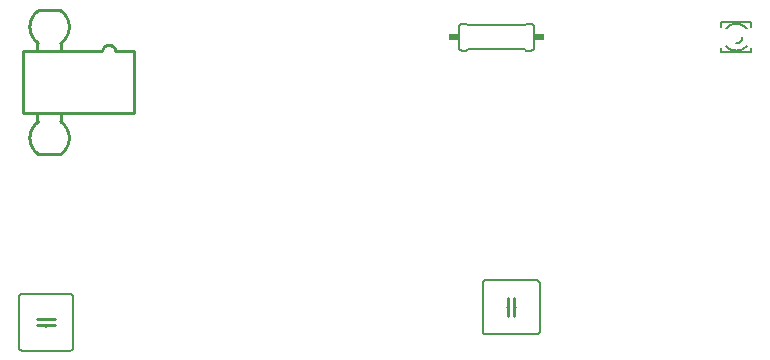
<source format=gto>
G75*
%MOIN*%
%OFA0B0*%
%FSLAX25Y25*%
%IPPOS*%
%LPD*%
%AMOC8*
5,1,8,0,0,1.08239X$1,22.5*
%
%ADD10C,0.00600*%
%ADD11C,0.01000*%
%ADD12R,0.03400X0.02400*%
D10*
X0049000Y0027500D02*
X0065000Y0027500D01*
X0065060Y0027502D01*
X0065121Y0027507D01*
X0065180Y0027516D01*
X0065239Y0027529D01*
X0065298Y0027545D01*
X0065355Y0027565D01*
X0065410Y0027588D01*
X0065465Y0027615D01*
X0065517Y0027644D01*
X0065568Y0027677D01*
X0065617Y0027713D01*
X0065663Y0027751D01*
X0065707Y0027793D01*
X0065749Y0027837D01*
X0065787Y0027883D01*
X0065823Y0027932D01*
X0065856Y0027983D01*
X0065885Y0028035D01*
X0065912Y0028090D01*
X0065935Y0028145D01*
X0065955Y0028202D01*
X0065971Y0028261D01*
X0065984Y0028320D01*
X0065993Y0028379D01*
X0065998Y0028440D01*
X0066000Y0028500D01*
X0066000Y0045500D01*
X0065998Y0045560D01*
X0065993Y0045621D01*
X0065984Y0045680D01*
X0065971Y0045739D01*
X0065955Y0045798D01*
X0065935Y0045855D01*
X0065912Y0045910D01*
X0065885Y0045965D01*
X0065856Y0046017D01*
X0065823Y0046068D01*
X0065787Y0046117D01*
X0065749Y0046163D01*
X0065707Y0046207D01*
X0065663Y0046249D01*
X0065617Y0046287D01*
X0065568Y0046323D01*
X0065517Y0046356D01*
X0065465Y0046385D01*
X0065410Y0046412D01*
X0065355Y0046435D01*
X0065298Y0046455D01*
X0065239Y0046471D01*
X0065180Y0046484D01*
X0065121Y0046493D01*
X0065060Y0046498D01*
X0065000Y0046500D01*
X0049000Y0046500D01*
X0048940Y0046498D01*
X0048879Y0046493D01*
X0048820Y0046484D01*
X0048761Y0046471D01*
X0048702Y0046455D01*
X0048645Y0046435D01*
X0048590Y0046412D01*
X0048535Y0046385D01*
X0048483Y0046356D01*
X0048432Y0046323D01*
X0048383Y0046287D01*
X0048337Y0046249D01*
X0048293Y0046207D01*
X0048251Y0046163D01*
X0048213Y0046117D01*
X0048177Y0046068D01*
X0048144Y0046017D01*
X0048115Y0045965D01*
X0048088Y0045910D01*
X0048065Y0045855D01*
X0048045Y0045798D01*
X0048029Y0045739D01*
X0048016Y0045680D01*
X0048007Y0045621D01*
X0048002Y0045560D01*
X0048000Y0045500D01*
X0048000Y0028500D01*
X0048002Y0028440D01*
X0048007Y0028379D01*
X0048016Y0028320D01*
X0048029Y0028261D01*
X0048045Y0028202D01*
X0048065Y0028145D01*
X0048088Y0028090D01*
X0048115Y0028035D01*
X0048144Y0027983D01*
X0048177Y0027932D01*
X0048213Y0027883D01*
X0048251Y0027837D01*
X0048293Y0027793D01*
X0048337Y0027751D01*
X0048383Y0027713D01*
X0048432Y0027677D01*
X0048483Y0027644D01*
X0048535Y0027615D01*
X0048590Y0027588D01*
X0048645Y0027565D01*
X0048702Y0027545D01*
X0048761Y0027529D01*
X0048820Y0027516D01*
X0048879Y0027507D01*
X0048940Y0027502D01*
X0049000Y0027500D01*
X0057000Y0035500D02*
X0057000Y0036000D01*
X0057000Y0038000D02*
X0057000Y0038500D01*
X0202500Y0034000D02*
X0202500Y0050000D01*
X0202502Y0050060D01*
X0202507Y0050121D01*
X0202516Y0050180D01*
X0202529Y0050239D01*
X0202545Y0050298D01*
X0202565Y0050355D01*
X0202588Y0050410D01*
X0202615Y0050465D01*
X0202644Y0050517D01*
X0202677Y0050568D01*
X0202713Y0050617D01*
X0202751Y0050663D01*
X0202793Y0050707D01*
X0202837Y0050749D01*
X0202883Y0050787D01*
X0202932Y0050823D01*
X0202983Y0050856D01*
X0203035Y0050885D01*
X0203090Y0050912D01*
X0203145Y0050935D01*
X0203202Y0050955D01*
X0203261Y0050971D01*
X0203320Y0050984D01*
X0203379Y0050993D01*
X0203440Y0050998D01*
X0203500Y0051000D01*
X0220500Y0051000D01*
X0220560Y0050998D01*
X0220621Y0050993D01*
X0220680Y0050984D01*
X0220739Y0050971D01*
X0220798Y0050955D01*
X0220855Y0050935D01*
X0220910Y0050912D01*
X0220965Y0050885D01*
X0221017Y0050856D01*
X0221068Y0050823D01*
X0221117Y0050787D01*
X0221163Y0050749D01*
X0221207Y0050707D01*
X0221249Y0050663D01*
X0221287Y0050617D01*
X0221323Y0050568D01*
X0221356Y0050517D01*
X0221385Y0050465D01*
X0221412Y0050410D01*
X0221435Y0050355D01*
X0221455Y0050298D01*
X0221471Y0050239D01*
X0221484Y0050180D01*
X0221493Y0050121D01*
X0221498Y0050060D01*
X0221500Y0050000D01*
X0221500Y0034000D01*
X0221498Y0033940D01*
X0221493Y0033879D01*
X0221484Y0033820D01*
X0221471Y0033761D01*
X0221455Y0033702D01*
X0221435Y0033645D01*
X0221412Y0033590D01*
X0221385Y0033535D01*
X0221356Y0033483D01*
X0221323Y0033432D01*
X0221287Y0033383D01*
X0221249Y0033337D01*
X0221207Y0033293D01*
X0221163Y0033251D01*
X0221117Y0033213D01*
X0221068Y0033177D01*
X0221017Y0033144D01*
X0220965Y0033115D01*
X0220910Y0033088D01*
X0220855Y0033065D01*
X0220798Y0033045D01*
X0220739Y0033029D01*
X0220680Y0033016D01*
X0220621Y0033007D01*
X0220560Y0033002D01*
X0220500Y0033000D01*
X0203500Y0033000D01*
X0203440Y0033002D01*
X0203379Y0033007D01*
X0203320Y0033016D01*
X0203261Y0033029D01*
X0203202Y0033045D01*
X0203145Y0033065D01*
X0203090Y0033088D01*
X0203035Y0033115D01*
X0202983Y0033144D01*
X0202932Y0033177D01*
X0202883Y0033213D01*
X0202837Y0033251D01*
X0202793Y0033293D01*
X0202751Y0033337D01*
X0202713Y0033383D01*
X0202677Y0033432D01*
X0202644Y0033483D01*
X0202615Y0033535D01*
X0202588Y0033590D01*
X0202565Y0033645D01*
X0202545Y0033702D01*
X0202529Y0033761D01*
X0202516Y0033820D01*
X0202507Y0033879D01*
X0202502Y0033940D01*
X0202500Y0034000D01*
X0210500Y0042000D02*
X0211000Y0042000D01*
X0213000Y0042000D02*
X0213500Y0042000D01*
X0217000Y0127500D02*
X0216500Y0128000D01*
X0197500Y0128000D01*
X0197000Y0127500D01*
X0195500Y0127500D01*
X0195440Y0127502D01*
X0195379Y0127507D01*
X0195320Y0127516D01*
X0195261Y0127529D01*
X0195202Y0127545D01*
X0195145Y0127565D01*
X0195090Y0127588D01*
X0195035Y0127615D01*
X0194983Y0127644D01*
X0194932Y0127677D01*
X0194883Y0127713D01*
X0194837Y0127751D01*
X0194793Y0127793D01*
X0194751Y0127837D01*
X0194713Y0127883D01*
X0194677Y0127932D01*
X0194644Y0127983D01*
X0194615Y0128035D01*
X0194588Y0128090D01*
X0194565Y0128145D01*
X0194545Y0128202D01*
X0194529Y0128261D01*
X0194516Y0128320D01*
X0194507Y0128379D01*
X0194502Y0128440D01*
X0194500Y0128500D01*
X0194500Y0135500D01*
X0194502Y0135560D01*
X0194507Y0135621D01*
X0194516Y0135680D01*
X0194529Y0135739D01*
X0194545Y0135798D01*
X0194565Y0135855D01*
X0194588Y0135910D01*
X0194615Y0135965D01*
X0194644Y0136017D01*
X0194677Y0136068D01*
X0194713Y0136117D01*
X0194751Y0136163D01*
X0194793Y0136207D01*
X0194837Y0136249D01*
X0194883Y0136287D01*
X0194932Y0136323D01*
X0194983Y0136356D01*
X0195035Y0136385D01*
X0195090Y0136412D01*
X0195145Y0136435D01*
X0195202Y0136455D01*
X0195261Y0136471D01*
X0195320Y0136484D01*
X0195379Y0136493D01*
X0195440Y0136498D01*
X0195500Y0136500D01*
X0197000Y0136500D01*
X0197500Y0136000D01*
X0216500Y0136000D01*
X0217000Y0136500D01*
X0218500Y0136500D01*
X0218560Y0136498D01*
X0218621Y0136493D01*
X0218680Y0136484D01*
X0218739Y0136471D01*
X0218798Y0136455D01*
X0218855Y0136435D01*
X0218910Y0136412D01*
X0218965Y0136385D01*
X0219017Y0136356D01*
X0219068Y0136323D01*
X0219117Y0136287D01*
X0219163Y0136249D01*
X0219207Y0136207D01*
X0219249Y0136163D01*
X0219287Y0136117D01*
X0219323Y0136068D01*
X0219356Y0136017D01*
X0219385Y0135965D01*
X0219412Y0135910D01*
X0219435Y0135855D01*
X0219455Y0135798D01*
X0219471Y0135739D01*
X0219484Y0135680D01*
X0219493Y0135621D01*
X0219498Y0135560D01*
X0219500Y0135500D01*
X0219500Y0128500D01*
X0219498Y0128440D01*
X0219493Y0128379D01*
X0219484Y0128320D01*
X0219471Y0128261D01*
X0219455Y0128202D01*
X0219435Y0128145D01*
X0219412Y0128090D01*
X0219385Y0128035D01*
X0219356Y0127983D01*
X0219323Y0127932D01*
X0219287Y0127883D01*
X0219249Y0127837D01*
X0219207Y0127793D01*
X0219163Y0127751D01*
X0219117Y0127713D01*
X0219068Y0127677D01*
X0219017Y0127644D01*
X0218965Y0127615D01*
X0218910Y0127588D01*
X0218855Y0127565D01*
X0218798Y0127545D01*
X0218739Y0127529D01*
X0218680Y0127516D01*
X0218621Y0127507D01*
X0218560Y0127502D01*
X0218500Y0127500D01*
X0217000Y0127500D01*
X0282000Y0127000D02*
X0282000Y0128500D01*
X0282000Y0127000D02*
X0292000Y0127000D01*
X0292000Y0128500D01*
X0290417Y0129071D02*
X0290328Y0128971D01*
X0290236Y0128873D01*
X0290142Y0128779D01*
X0290045Y0128687D01*
X0289945Y0128598D01*
X0289843Y0128512D01*
X0289738Y0128429D01*
X0289630Y0128349D01*
X0289521Y0128272D01*
X0289409Y0128199D01*
X0289295Y0128129D01*
X0289179Y0128063D01*
X0289061Y0128000D01*
X0288941Y0127940D01*
X0288819Y0127884D01*
X0288696Y0127832D01*
X0288571Y0127783D01*
X0288445Y0127738D01*
X0288318Y0127697D01*
X0288190Y0127660D01*
X0288060Y0127627D01*
X0287930Y0127597D01*
X0287798Y0127571D01*
X0287666Y0127550D01*
X0287534Y0127532D01*
X0287401Y0127518D01*
X0287267Y0127508D01*
X0287134Y0127502D01*
X0287000Y0127500D01*
X0286866Y0127502D01*
X0286733Y0127508D01*
X0286599Y0127518D01*
X0286466Y0127532D01*
X0286334Y0127550D01*
X0286202Y0127571D01*
X0286070Y0127597D01*
X0285940Y0127627D01*
X0285810Y0127660D01*
X0285682Y0127697D01*
X0285555Y0127738D01*
X0285429Y0127783D01*
X0285304Y0127832D01*
X0285181Y0127884D01*
X0285059Y0127940D01*
X0284939Y0128000D01*
X0284821Y0128063D01*
X0284705Y0128129D01*
X0284591Y0128199D01*
X0284479Y0128272D01*
X0284370Y0128349D01*
X0284262Y0128429D01*
X0284157Y0128512D01*
X0284055Y0128598D01*
X0283955Y0128687D01*
X0283858Y0128779D01*
X0283764Y0128873D01*
X0283672Y0128971D01*
X0283583Y0129071D01*
X0283583Y0134929D02*
X0283672Y0135029D01*
X0283764Y0135127D01*
X0283858Y0135221D01*
X0283955Y0135313D01*
X0284055Y0135402D01*
X0284157Y0135488D01*
X0284262Y0135571D01*
X0284370Y0135651D01*
X0284479Y0135728D01*
X0284591Y0135801D01*
X0284705Y0135871D01*
X0284821Y0135937D01*
X0284939Y0136000D01*
X0285059Y0136060D01*
X0285181Y0136116D01*
X0285304Y0136168D01*
X0285429Y0136217D01*
X0285555Y0136262D01*
X0285682Y0136303D01*
X0285810Y0136340D01*
X0285940Y0136373D01*
X0286070Y0136403D01*
X0286202Y0136429D01*
X0286334Y0136450D01*
X0286466Y0136468D01*
X0286599Y0136482D01*
X0286733Y0136492D01*
X0286866Y0136498D01*
X0287000Y0136500D01*
X0292000Y0137000D02*
X0292000Y0135500D01*
X0292000Y0137000D02*
X0282000Y0137000D01*
X0282000Y0135500D01*
X0287000Y0130000D02*
X0287087Y0130002D01*
X0287174Y0130008D01*
X0287261Y0130017D01*
X0287347Y0130030D01*
X0287433Y0130047D01*
X0287518Y0130068D01*
X0287601Y0130093D01*
X0287684Y0130121D01*
X0287765Y0130152D01*
X0287845Y0130187D01*
X0287923Y0130226D01*
X0288000Y0130268D01*
X0288075Y0130313D01*
X0288147Y0130362D01*
X0288218Y0130413D01*
X0288286Y0130468D01*
X0288351Y0130525D01*
X0288414Y0130586D01*
X0288475Y0130649D01*
X0288532Y0130714D01*
X0288587Y0130782D01*
X0288638Y0130853D01*
X0288687Y0130925D01*
X0288732Y0131000D01*
X0288774Y0131077D01*
X0288813Y0131155D01*
X0288848Y0131235D01*
X0288879Y0131316D01*
X0288907Y0131399D01*
X0288932Y0131482D01*
X0288953Y0131567D01*
X0288970Y0131653D01*
X0288983Y0131739D01*
X0288992Y0131826D01*
X0288998Y0131913D01*
X0289000Y0132000D01*
X0290417Y0134929D02*
X0290328Y0135029D01*
X0290236Y0135127D01*
X0290142Y0135221D01*
X0290045Y0135313D01*
X0289945Y0135402D01*
X0289843Y0135488D01*
X0289738Y0135571D01*
X0289630Y0135651D01*
X0289521Y0135728D01*
X0289409Y0135801D01*
X0289295Y0135871D01*
X0289179Y0135937D01*
X0289061Y0136000D01*
X0288941Y0136060D01*
X0288819Y0136116D01*
X0288696Y0136168D01*
X0288571Y0136217D01*
X0288445Y0136262D01*
X0288318Y0136303D01*
X0288190Y0136340D01*
X0288060Y0136373D01*
X0287930Y0136403D01*
X0287798Y0136429D01*
X0287666Y0136450D01*
X0287534Y0136468D01*
X0287401Y0136482D01*
X0287267Y0136492D01*
X0287134Y0136498D01*
X0287000Y0136500D01*
D11*
X0213000Y0045000D02*
X0213000Y0042000D01*
X0213000Y0039000D01*
X0211000Y0039000D02*
X0211000Y0042000D01*
X0211000Y0045000D01*
X0086291Y0106764D02*
X0049283Y0106764D01*
X0049283Y0127236D01*
X0075661Y0127236D01*
X0075662Y0127236D02*
X0075664Y0127328D01*
X0075670Y0127420D01*
X0075680Y0127511D01*
X0075693Y0127602D01*
X0075711Y0127692D01*
X0075732Y0127782D01*
X0075757Y0127870D01*
X0075786Y0127957D01*
X0075818Y0128043D01*
X0075854Y0128128D01*
X0075894Y0128211D01*
X0075937Y0128292D01*
X0075983Y0128371D01*
X0076033Y0128448D01*
X0076086Y0128523D01*
X0076143Y0128596D01*
X0076202Y0128666D01*
X0076264Y0128734D01*
X0076329Y0128799D01*
X0076397Y0128861D01*
X0076467Y0128920D01*
X0076540Y0128977D01*
X0076615Y0129030D01*
X0076692Y0129080D01*
X0076771Y0129126D01*
X0076852Y0129169D01*
X0076935Y0129209D01*
X0077020Y0129245D01*
X0077106Y0129277D01*
X0077193Y0129306D01*
X0077281Y0129331D01*
X0077371Y0129352D01*
X0077461Y0129370D01*
X0077552Y0129383D01*
X0077643Y0129393D01*
X0077735Y0129399D01*
X0077827Y0129401D01*
X0077919Y0129399D01*
X0078011Y0129393D01*
X0078102Y0129383D01*
X0078193Y0129370D01*
X0078283Y0129352D01*
X0078373Y0129331D01*
X0078461Y0129306D01*
X0078548Y0129277D01*
X0078634Y0129245D01*
X0078719Y0129209D01*
X0078802Y0129169D01*
X0078883Y0129126D01*
X0078962Y0129080D01*
X0079039Y0129030D01*
X0079114Y0128977D01*
X0079187Y0128920D01*
X0079257Y0128861D01*
X0079325Y0128799D01*
X0079390Y0128734D01*
X0079452Y0128666D01*
X0079511Y0128596D01*
X0079568Y0128523D01*
X0079621Y0128448D01*
X0079671Y0128371D01*
X0079717Y0128292D01*
X0079760Y0128211D01*
X0079800Y0128128D01*
X0079836Y0128043D01*
X0079868Y0127957D01*
X0079897Y0127870D01*
X0079922Y0127782D01*
X0079943Y0127692D01*
X0079961Y0127602D01*
X0079974Y0127511D01*
X0079984Y0127420D01*
X0079990Y0127328D01*
X0079992Y0127236D01*
X0086291Y0127236D01*
X0086291Y0106764D01*
X0061882Y0106370D02*
X0061882Y0103614D01*
X0054008Y0103614D02*
X0054008Y0106370D01*
X0061488Y0104007D02*
X0061621Y0103919D01*
X0061752Y0103828D01*
X0061881Y0103734D01*
X0062008Y0103636D01*
X0062132Y0103536D01*
X0062253Y0103432D01*
X0062372Y0103326D01*
X0062489Y0103216D01*
X0062603Y0103104D01*
X0062714Y0102989D01*
X0062822Y0102872D01*
X0062927Y0102752D01*
X0063029Y0102629D01*
X0063128Y0102504D01*
X0063224Y0102376D01*
X0063317Y0102246D01*
X0063407Y0102114D01*
X0063494Y0101980D01*
X0063577Y0101844D01*
X0063657Y0101705D01*
X0063734Y0101565D01*
X0063807Y0101423D01*
X0063876Y0101280D01*
X0063942Y0101134D01*
X0064005Y0100987D01*
X0064064Y0100839D01*
X0064119Y0100689D01*
X0064171Y0100538D01*
X0064219Y0100385D01*
X0064263Y0100232D01*
X0064303Y0100077D01*
X0064340Y0099922D01*
X0064373Y0099766D01*
X0064402Y0099609D01*
X0064427Y0099451D01*
X0064448Y0099293D01*
X0064466Y0099134D01*
X0064479Y0098975D01*
X0064489Y0098815D01*
X0064495Y0098656D01*
X0064497Y0098496D01*
X0064495Y0098336D01*
X0064489Y0098177D01*
X0064479Y0098017D01*
X0064466Y0097858D01*
X0064448Y0097699D01*
X0064427Y0097541D01*
X0064402Y0097383D01*
X0064373Y0097226D01*
X0064340Y0097070D01*
X0064303Y0096915D01*
X0064263Y0096760D01*
X0064219Y0096607D01*
X0064171Y0096454D01*
X0064119Y0096303D01*
X0064064Y0096153D01*
X0064005Y0096005D01*
X0063942Y0095858D01*
X0063876Y0095712D01*
X0063807Y0095569D01*
X0063734Y0095427D01*
X0063657Y0095287D01*
X0063577Y0095148D01*
X0063494Y0095012D01*
X0063407Y0094878D01*
X0063317Y0094746D01*
X0063224Y0094616D01*
X0063128Y0094488D01*
X0063029Y0094363D01*
X0062927Y0094240D01*
X0062822Y0094120D01*
X0062714Y0094003D01*
X0062603Y0093888D01*
X0062489Y0093776D01*
X0062372Y0093666D01*
X0062253Y0093560D01*
X0062132Y0093456D01*
X0062008Y0093356D01*
X0061881Y0093258D01*
X0061752Y0093164D01*
X0061621Y0093073D01*
X0061488Y0092985D01*
X0061488Y0092984D02*
X0054402Y0092984D01*
X0054402Y0092985D02*
X0054269Y0093073D01*
X0054138Y0093164D01*
X0054009Y0093258D01*
X0053882Y0093356D01*
X0053758Y0093456D01*
X0053637Y0093560D01*
X0053518Y0093666D01*
X0053401Y0093776D01*
X0053287Y0093888D01*
X0053176Y0094003D01*
X0053068Y0094120D01*
X0052963Y0094240D01*
X0052861Y0094363D01*
X0052762Y0094488D01*
X0052666Y0094616D01*
X0052573Y0094746D01*
X0052483Y0094878D01*
X0052396Y0095012D01*
X0052313Y0095148D01*
X0052233Y0095287D01*
X0052156Y0095427D01*
X0052083Y0095569D01*
X0052014Y0095712D01*
X0051948Y0095858D01*
X0051885Y0096005D01*
X0051826Y0096153D01*
X0051771Y0096303D01*
X0051719Y0096454D01*
X0051671Y0096607D01*
X0051627Y0096760D01*
X0051587Y0096915D01*
X0051550Y0097070D01*
X0051517Y0097226D01*
X0051488Y0097383D01*
X0051463Y0097541D01*
X0051442Y0097699D01*
X0051424Y0097858D01*
X0051411Y0098017D01*
X0051401Y0098177D01*
X0051395Y0098336D01*
X0051393Y0098496D01*
X0051395Y0098656D01*
X0051401Y0098815D01*
X0051411Y0098975D01*
X0051424Y0099134D01*
X0051442Y0099293D01*
X0051463Y0099451D01*
X0051488Y0099609D01*
X0051517Y0099766D01*
X0051550Y0099922D01*
X0051587Y0100077D01*
X0051627Y0100232D01*
X0051671Y0100385D01*
X0051719Y0100538D01*
X0051771Y0100689D01*
X0051826Y0100839D01*
X0051885Y0100987D01*
X0051948Y0101134D01*
X0052014Y0101280D01*
X0052083Y0101423D01*
X0052156Y0101565D01*
X0052233Y0101705D01*
X0052313Y0101844D01*
X0052396Y0101980D01*
X0052483Y0102114D01*
X0052573Y0102246D01*
X0052666Y0102376D01*
X0052762Y0102504D01*
X0052861Y0102629D01*
X0052963Y0102752D01*
X0053068Y0102872D01*
X0053176Y0102989D01*
X0053287Y0103104D01*
X0053401Y0103216D01*
X0053518Y0103326D01*
X0053637Y0103432D01*
X0053758Y0103536D01*
X0053882Y0103636D01*
X0054009Y0103734D01*
X0054138Y0103828D01*
X0054269Y0103919D01*
X0054402Y0104007D01*
X0054008Y0127630D02*
X0054008Y0130386D01*
X0061882Y0130386D02*
X0061882Y0127630D01*
X0054402Y0129993D02*
X0054269Y0130081D01*
X0054138Y0130172D01*
X0054009Y0130266D01*
X0053882Y0130364D01*
X0053758Y0130464D01*
X0053637Y0130568D01*
X0053518Y0130674D01*
X0053401Y0130784D01*
X0053287Y0130896D01*
X0053176Y0131011D01*
X0053068Y0131128D01*
X0052963Y0131248D01*
X0052861Y0131371D01*
X0052762Y0131496D01*
X0052666Y0131624D01*
X0052573Y0131754D01*
X0052483Y0131886D01*
X0052396Y0132020D01*
X0052313Y0132156D01*
X0052233Y0132295D01*
X0052156Y0132435D01*
X0052083Y0132577D01*
X0052014Y0132720D01*
X0051948Y0132866D01*
X0051885Y0133013D01*
X0051826Y0133161D01*
X0051771Y0133311D01*
X0051719Y0133462D01*
X0051671Y0133615D01*
X0051627Y0133768D01*
X0051587Y0133923D01*
X0051550Y0134078D01*
X0051517Y0134234D01*
X0051488Y0134391D01*
X0051463Y0134549D01*
X0051442Y0134707D01*
X0051424Y0134866D01*
X0051411Y0135025D01*
X0051401Y0135185D01*
X0051395Y0135344D01*
X0051393Y0135504D01*
X0051395Y0135664D01*
X0051401Y0135823D01*
X0051411Y0135983D01*
X0051424Y0136142D01*
X0051442Y0136301D01*
X0051463Y0136459D01*
X0051488Y0136617D01*
X0051517Y0136774D01*
X0051550Y0136930D01*
X0051587Y0137085D01*
X0051627Y0137240D01*
X0051671Y0137393D01*
X0051719Y0137546D01*
X0051771Y0137697D01*
X0051826Y0137847D01*
X0051885Y0137995D01*
X0051948Y0138142D01*
X0052014Y0138288D01*
X0052083Y0138431D01*
X0052156Y0138573D01*
X0052233Y0138713D01*
X0052313Y0138852D01*
X0052396Y0138988D01*
X0052483Y0139122D01*
X0052573Y0139254D01*
X0052666Y0139384D01*
X0052762Y0139512D01*
X0052861Y0139637D01*
X0052963Y0139760D01*
X0053068Y0139880D01*
X0053176Y0139997D01*
X0053287Y0140112D01*
X0053401Y0140224D01*
X0053518Y0140334D01*
X0053637Y0140440D01*
X0053758Y0140544D01*
X0053882Y0140644D01*
X0054009Y0140742D01*
X0054138Y0140836D01*
X0054269Y0140927D01*
X0054402Y0141015D01*
X0054402Y0141016D02*
X0061488Y0141016D01*
X0061488Y0141015D02*
X0061621Y0140927D01*
X0061752Y0140836D01*
X0061881Y0140742D01*
X0062008Y0140644D01*
X0062132Y0140544D01*
X0062253Y0140440D01*
X0062372Y0140334D01*
X0062489Y0140224D01*
X0062603Y0140112D01*
X0062714Y0139997D01*
X0062822Y0139880D01*
X0062927Y0139760D01*
X0063029Y0139637D01*
X0063128Y0139512D01*
X0063224Y0139384D01*
X0063317Y0139254D01*
X0063407Y0139122D01*
X0063494Y0138988D01*
X0063577Y0138852D01*
X0063657Y0138713D01*
X0063734Y0138573D01*
X0063807Y0138431D01*
X0063876Y0138288D01*
X0063942Y0138142D01*
X0064005Y0137995D01*
X0064064Y0137847D01*
X0064119Y0137697D01*
X0064171Y0137546D01*
X0064219Y0137393D01*
X0064263Y0137240D01*
X0064303Y0137085D01*
X0064340Y0136930D01*
X0064373Y0136774D01*
X0064402Y0136617D01*
X0064427Y0136459D01*
X0064448Y0136301D01*
X0064466Y0136142D01*
X0064479Y0135983D01*
X0064489Y0135823D01*
X0064495Y0135664D01*
X0064497Y0135504D01*
X0064495Y0135344D01*
X0064489Y0135185D01*
X0064479Y0135025D01*
X0064466Y0134866D01*
X0064448Y0134707D01*
X0064427Y0134549D01*
X0064402Y0134391D01*
X0064373Y0134234D01*
X0064340Y0134078D01*
X0064303Y0133923D01*
X0064263Y0133768D01*
X0064219Y0133615D01*
X0064171Y0133462D01*
X0064119Y0133311D01*
X0064064Y0133161D01*
X0064005Y0133013D01*
X0063942Y0132866D01*
X0063876Y0132720D01*
X0063807Y0132577D01*
X0063734Y0132435D01*
X0063657Y0132295D01*
X0063577Y0132156D01*
X0063494Y0132020D01*
X0063407Y0131886D01*
X0063317Y0131754D01*
X0063224Y0131624D01*
X0063128Y0131496D01*
X0063029Y0131371D01*
X0062927Y0131248D01*
X0062822Y0131128D01*
X0062714Y0131011D01*
X0062603Y0130896D01*
X0062489Y0130784D01*
X0062372Y0130674D01*
X0062253Y0130568D01*
X0062132Y0130464D01*
X0062008Y0130364D01*
X0061881Y0130266D01*
X0061752Y0130172D01*
X0061621Y0130081D01*
X0061488Y0129993D01*
X0060000Y0038000D02*
X0057000Y0038000D01*
X0054000Y0038000D01*
X0054000Y0036000D02*
X0057000Y0036000D01*
X0060000Y0036000D01*
D12*
X0192800Y0132000D03*
X0221200Y0132000D03*
M02*

</source>
